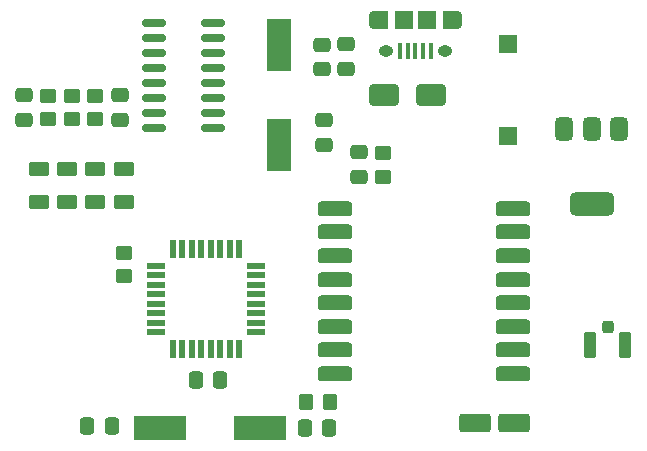
<source format=gbr>
%TF.GenerationSoftware,KiCad,Pcbnew,8.0.4-8.0.4-0~ubuntu24.04.1*%
%TF.CreationDate,2024-08-31T18:15:14+03:00*%
%TF.ProjectId,ground_control_using_pc,67726f75-6e64-45f6-936f-6e74726f6c5f,rev?*%
%TF.SameCoordinates,Original*%
%TF.FileFunction,Paste,Top*%
%TF.FilePolarity,Positive*%
%FSLAX46Y46*%
G04 Gerber Fmt 4.6, Leading zero omitted, Abs format (unit mm)*
G04 Created by KiCad (PCBNEW 8.0.4-8.0.4-0~ubuntu24.04.1) date 2024-08-31 18:15:14*
%MOMM*%
%LPD*%
G01*
G04 APERTURE LIST*
G04 Aperture macros list*
%AMRoundRect*
0 Rectangle with rounded corners*
0 $1 Rounding radius*
0 $2 $3 $4 $5 $6 $7 $8 $9 X,Y pos of 4 corners*
0 Add a 4 corners polygon primitive as box body*
4,1,4,$2,$3,$4,$5,$6,$7,$8,$9,$2,$3,0*
0 Add four circle primitives for the rounded corners*
1,1,$1+$1,$2,$3*
1,1,$1+$1,$4,$5*
1,1,$1+$1,$6,$7*
1,1,$1+$1,$8,$9*
0 Add four rect primitives between the rounded corners*
20,1,$1+$1,$2,$3,$4,$5,0*
20,1,$1+$1,$4,$5,$6,$7,0*
20,1,$1+$1,$6,$7,$8,$9,0*
20,1,$1+$1,$8,$9,$2,$3,0*%
G04 Aperture macros list end*
%ADD10RoundRect,0.250000X-0.337500X-0.475000X0.337500X-0.475000X0.337500X0.475000X-0.337500X0.475000X0*%
%ADD11RoundRect,0.250000X0.625000X-0.375000X0.625000X0.375000X-0.625000X0.375000X-0.625000X-0.375000X0*%
%ADD12RoundRect,0.250000X-1.075000X-0.550000X1.075000X-0.550000X1.075000X0.550000X-1.075000X0.550000X0*%
%ADD13RoundRect,0.250000X0.450000X-0.350000X0.450000X0.350000X-0.450000X0.350000X-0.450000X-0.350000X0*%
%ADD14RoundRect,0.250000X-0.475000X0.337500X-0.475000X-0.337500X0.475000X-0.337500X0.475000X0.337500X0*%
%ADD15RoundRect,0.375000X-0.375000X0.625000X-0.375000X-0.625000X0.375000X-0.625000X0.375000X0.625000X0*%
%ADD16RoundRect,0.500000X-1.400000X0.500000X-1.400000X-0.500000X1.400000X-0.500000X1.400000X0.500000X0*%
%ADD17RoundRect,0.250000X0.475000X-0.337500X0.475000X0.337500X-0.475000X0.337500X-0.475000X-0.337500X0*%
%ADD18RoundRect,0.150000X0.825000X0.150000X-0.825000X0.150000X-0.825000X-0.150000X0.825000X-0.150000X0*%
%ADD19R,1.500000X1.500000*%
%ADD20RoundRect,0.317500X-1.157500X-0.317500X1.157500X-0.317500X1.157500X0.317500X-1.157500X0.317500X0*%
%ADD21RoundRect,0.250000X-0.450000X0.350000X-0.450000X-0.350000X0.450000X-0.350000X0.450000X0.350000X0*%
%ADD22RoundRect,0.250000X0.337500X0.475000X-0.337500X0.475000X-0.337500X-0.475000X0.337500X-0.475000X0*%
%ADD23R,0.550000X1.600000*%
%ADD24R,1.600000X0.550000*%
%ADD25RoundRect,0.250000X0.350000X0.450000X-0.350000X0.450000X-0.350000X-0.450000X0.350000X-0.450000X0*%
%ADD26R,2.000000X4.500000*%
%ADD27O,0.890000X1.550000*%
%ADD28O,1.250000X0.950000*%
%ADD29R,0.400000X1.350000*%
%ADD30R,1.200000X1.550000*%
%ADD31R,1.500000X1.550000*%
%ADD32RoundRect,0.250000X-0.625000X0.375000X-0.625000X-0.375000X0.625000X-0.375000X0.625000X0.375000X0*%
%ADD33RoundRect,0.250000X-0.250000X0.275000X-0.250000X-0.275000X0.250000X-0.275000X0.250000X0.275000X0*%
%ADD34RoundRect,0.250000X-0.275000X0.850000X-0.275000X-0.850000X0.275000X-0.850000X0.275000X0.850000X0*%
%ADD35R,4.500000X2.000000*%
%ADD36RoundRect,0.250000X-1.000000X-0.650000X1.000000X-0.650000X1.000000X0.650000X-1.000000X0.650000X0*%
G04 APERTURE END LIST*
D10*
%TO.C,C10*%
X159322500Y-103630000D03*
X161397500Y-103630000D03*
%TD*%
D11*
%TO.C,D4*%
X157640000Y-84630000D03*
X157640000Y-81830000D03*
%TD*%
D12*
%TO.C,C7*%
X192130000Y-103310000D03*
X195480000Y-103310000D03*
%TD*%
D13*
%TO.C,R4*%
X160010000Y-77640000D03*
X160010000Y-75640000D03*
%TD*%
D14*
%TO.C,C2*%
X182340000Y-80420000D03*
X182340000Y-82495000D03*
%TD*%
D15*
%TO.C,U2*%
X204332500Y-78490000D03*
X202032500Y-78490000D03*
D16*
X202032500Y-84790000D03*
D15*
X199732500Y-78490000D03*
%TD*%
D17*
%TO.C,C5*%
X153980000Y-77680000D03*
X153980000Y-75605000D03*
%TD*%
D13*
%TO.C,R3*%
X158020000Y-77640000D03*
X158020000Y-75640000D03*
%TD*%
D18*
%TO.C,U1*%
X169950000Y-78340000D03*
X169950000Y-77070000D03*
X169950000Y-75800000D03*
X169950000Y-74530000D03*
X169950000Y-73260000D03*
X169950000Y-71990000D03*
X169950000Y-70720000D03*
X169950000Y-69450000D03*
X165000000Y-69450000D03*
X165000000Y-70720000D03*
X165000000Y-71990000D03*
X165000000Y-73260000D03*
X165000000Y-74530000D03*
X165000000Y-75800000D03*
X165000000Y-77070000D03*
X165000000Y-78340000D03*
%TD*%
D19*
%TO.C,SW1*%
X194970000Y-71230000D03*
X194970000Y-79030000D03*
%TD*%
D20*
%TO.C,U4*%
X180350000Y-85200000D03*
X180350000Y-87200000D03*
X180350000Y-89200000D03*
X180350000Y-91200000D03*
X180350000Y-93200000D03*
X180350000Y-95200000D03*
X180350000Y-97200000D03*
X180350000Y-99200000D03*
X195400000Y-99200000D03*
X195400000Y-97200000D03*
X195400000Y-95200000D03*
X195400000Y-93200000D03*
X195400000Y-91200000D03*
X195400000Y-89200000D03*
X195400000Y-87200000D03*
X195400000Y-85200000D03*
%TD*%
D17*
%TO.C,C6*%
X162090000Y-77677500D03*
X162090000Y-75602500D03*
%TD*%
D21*
%TO.C,R5*%
X162460000Y-88910000D03*
X162460000Y-90910000D03*
%TD*%
D22*
%TO.C,C9*%
X179835000Y-103790000D03*
X177760000Y-103790000D03*
%TD*%
D23*
%TO.C,U3*%
X166600000Y-97100000D03*
X167400000Y-97100000D03*
X168200000Y-97100000D03*
X169000000Y-97100000D03*
X169800000Y-97100000D03*
X170600000Y-97100000D03*
X171400000Y-97100000D03*
X172200000Y-97100000D03*
D24*
X173650000Y-95650000D03*
X173650000Y-94850000D03*
X173650000Y-94050000D03*
X173650000Y-93250000D03*
X173650000Y-92450000D03*
X173650000Y-91650000D03*
X173650000Y-90850000D03*
X173650000Y-90050000D03*
D23*
X172200000Y-88600000D03*
X171400000Y-88600000D03*
X170600000Y-88600000D03*
X169800000Y-88600000D03*
X169000000Y-88600000D03*
X168200000Y-88600000D03*
X167400000Y-88600000D03*
X166600000Y-88600000D03*
D24*
X165150000Y-90050000D03*
X165150000Y-90850000D03*
X165150000Y-91650000D03*
X165150000Y-92450000D03*
X165150000Y-93250000D03*
X165150000Y-94050000D03*
X165150000Y-94850000D03*
X165150000Y-95650000D03*
%TD*%
D11*
%TO.C,D3*%
X155250000Y-84620000D03*
X155250000Y-81820000D03*
%TD*%
D25*
%TO.C,R6*%
X179850000Y-101570000D03*
X177850000Y-101570000D03*
%TD*%
D14*
%TO.C,C1*%
X179340000Y-77725000D03*
X179340000Y-79800000D03*
%TD*%
D21*
%TO.C,R1*%
X184410000Y-80470000D03*
X184410000Y-82470000D03*
%TD*%
D26*
%TO.C,Y1*%
X175545000Y-79800000D03*
X175545000Y-71300000D03*
%TD*%
D27*
%TO.C,J2*%
X190620000Y-69180000D03*
D28*
X189620000Y-71880000D03*
X184620000Y-71880000D03*
D27*
X183620000Y-69180000D03*
D29*
X188420000Y-71880000D03*
X187770000Y-71880000D03*
X187120000Y-71880000D03*
X186470000Y-71880000D03*
X185820000Y-71880000D03*
D30*
X190020000Y-69180000D03*
D31*
X188120000Y-69180000D03*
X186120000Y-69180000D03*
D30*
X184220000Y-69180000D03*
%TD*%
D32*
%TO.C,D6*%
X162470000Y-81840000D03*
X162470000Y-84640000D03*
%TD*%
D10*
%TO.C,C8*%
X168525000Y-99740000D03*
X170600000Y-99740000D03*
%TD*%
D17*
%TO.C,C3*%
X179240000Y-73375000D03*
X179240000Y-71300000D03*
%TD*%
D11*
%TO.C,D5*%
X160020000Y-84620000D03*
X160020000Y-81820000D03*
%TD*%
D33*
%TO.C,AE2*%
X203420000Y-95220000D03*
D34*
X204895000Y-96745000D03*
X201945000Y-96745000D03*
%TD*%
D35*
%TO.C,Y2*%
X174000000Y-103800000D03*
X165500000Y-103800000D03*
%TD*%
D13*
%TO.C,R2*%
X156030000Y-77640000D03*
X156030000Y-75640000D03*
%TD*%
D36*
%TO.C,D2*%
X184430000Y-75590000D03*
X188430000Y-75590000D03*
%TD*%
D17*
%TO.C,C4*%
X181280000Y-73365000D03*
X181280000Y-71290000D03*
%TD*%
M02*

</source>
